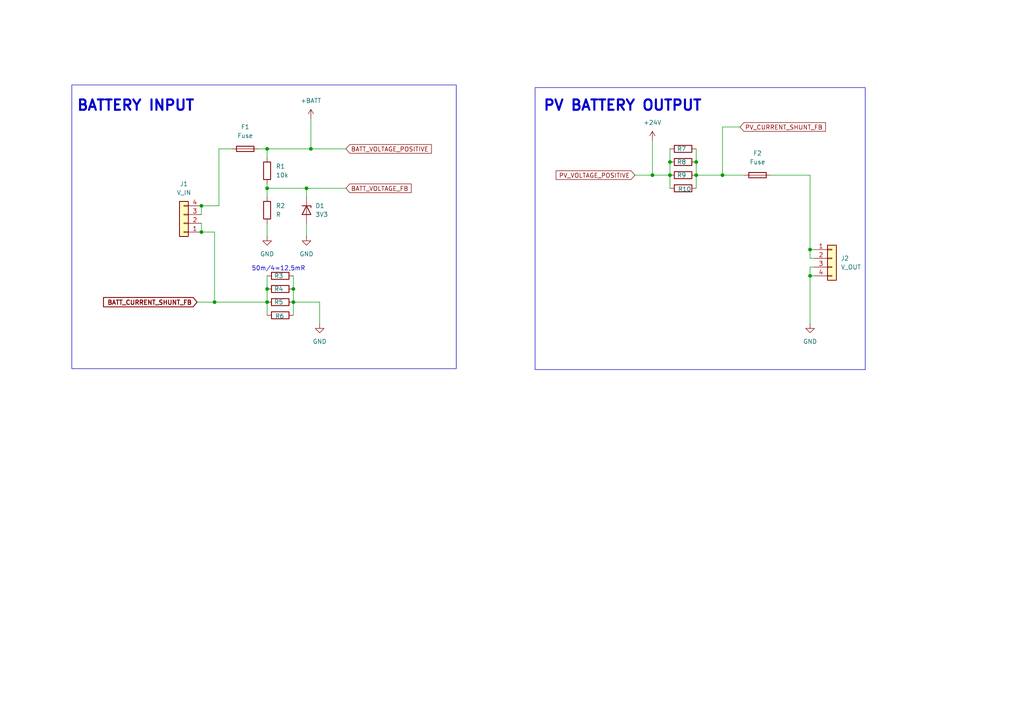
<source format=kicad_sch>
(kicad_sch (version 20231120) (generator "eeschema") (generator_version "8.0")
  (paper "A4")
  (lib_symbols
    (symbol "Connector_Generic:Conn_01x04" (pin_names (offset 1.016) hide)
      (property "Reference" "J" (at 0 5.08 0))
      (property "Value" "Conn_01x04" (at 0 -7.62 0))
      (symbol "Conn_01x04_1_1"
        (rectangle (start -1.27 -4.953) (end 0 -5.207) (stroke (width 0.1524)))
        (rectangle (start -1.27 -2.413) (end 0 -2.667) (stroke (width 0.1524)))
        (rectangle (start -1.27 0.127) (end 0 -0.127) (stroke (width 0.1524)))
        (rectangle (start -1.27 2.667) (end 0 2.413) (stroke (width 0.1524)))
        (rectangle (start -1.27 3.81) (end 1.27 -6.35) (stroke (width 0.254)) (fill (type background)))
        (pin passive line (at -5.08 2.54 0) (length 3.81) (name "Pin_1") (number "1"))
        (pin passive line (at -5.08 0 0) (length 3.81) (name "Pin_2") (number "2"))
        (pin passive line (at -5.08 -2.54 0) (length 3.81) (name "Pin_3") (number "3"))
        (pin passive line (at -5.08 -5.08 0) (length 3.81) (name "Pin_4") (number "4"))
      )
    )
    (symbol "Device:D_Zener" (pin_numbers hide) (pin_names (offset 1.016) hide)
      (property "Reference" "D" (at 0 2.54 0))
      (property "Value" "D_Zener" (at 0 -2.54 0))
      (symbol "D_Zener_0_1"
        (polyline (pts (xy 1.27 0) (xy -1.27 0)))
        (polyline (pts (xy -1.27 -1.27) (xy -1.27 1.27) (xy -0.762 1.27)) (stroke (width 0.254)))
        (polyline (pts (xy 1.27 -1.27) (xy 1.27 1.27) (xy -1.27 0) (xy 1.27 -1.27)) (stroke (width 0.254)))
      )
      (symbol "D_Zener_1_1"
        (pin passive line (at -3.81 0 0) (length 2.54) (name "K") (number "1"))
        (pin passive line (at 3.81 0 180) (length 2.54) (name "A") (number "2"))
      )
    )
    (symbol "Device:Fuse" (pin_numbers hide) (pin_names (offset 0))
      (property "Reference" "F" (at 2.032 0 90))
      (property "Value" "Fuse" (at -1.905 0 90))
      (symbol "Fuse_0_1"
        (rectangle (start -0.762 -2.54) (end 0.762 2.54) (stroke (width 0.254)))
        (polyline (pts (xy 0 2.54) (xy 0 -2.54)))
      )
      (symbol "Fuse_1_1"
        (pin passive line (at 0 3.81 270) (length 1.27) (name "~") (number "1"))
        (pin passive line (at 0 -3.81 90) (length 1.27) (name "~") (number "2"))
      )
    )
    (symbol "Device:R" (pin_numbers hide) (pin_names (offset 0))
      (property "Reference" "R" (at 2.032 0 90))
      (property "Value" "R" (at 0 0 90))
      (symbol "R_0_1"
        (rectangle (start -1.016 -2.54) (end 1.016 2.54) (stroke (width 0.254)))
      )
      (symbol "R_1_1"
        (pin passive line (at 0 3.81 270) (length 1.27) (name "~") (number "1"))
        (pin passive line (at 0 -3.81 90) (length 1.27) (name "~") (number "2"))
      )
    )
    (symbol "power:+24V" (power) (pin_numbers hide) (pin_names (offset 0) hide)
      (property "Value" "+24V" (at 0 3.556 0))
      (symbol "+24V_0_1"
        (polyline (pts (xy -0.762 1.27) (xy 0 2.54)))
        (polyline (pts (xy 0 0) (xy 0 2.54)))
        (polyline (pts (xy 0 2.54) (xy 0.762 1.27)))
      )
      (symbol "+24V_1_1"
        (pin power_in line (at 0 0 90) (length 0) (name "~") (number "1"))
      )
    )
    (symbol "power:+BATT" (power) (pin_numbers hide) (pin_names (offset 0) hide)
      (property "Value" "+BATT" (at 0 3.556 0))
      (symbol "+BATT_0_1"
        (polyline (pts (xy -0.762 1.27) (xy 0 2.54)))
        (polyline (pts (xy 0 0) (xy 0 2.54)))
        (polyline (pts (xy 0 2.54) (xy 0.762 1.27)))
      )
      (symbol "+BATT_1_1"
        (pin power_in line (at 0 0 90) (length 0) (name "~") (number "1"))
      )
    )
    (symbol "power:GND" (power) (pin_numbers hide) (pin_names (offset 0) hide)
      (property "Value" "GND" (at 0 -3.81 0))
      (symbol "GND_0_1"
        (polyline (pts (xy 0 0) (xy 0 -1.27) (xy 1.27 -1.27) (xy 0 -2.54) (xy -1.27 -1.27) (xy 0 -1.27)))
      )
      (symbol "GND_1_1"
        (pin power_in line (at 0 0 270) (length 0) (name "~") (number "1"))
      )
    )
  )
  (junction (at 85.09 87.63))
  (junction (at 77.47 54.61))
  (junction (at 77.47 87.63))
  (junction (at 77.47 43.18))
  (junction (at 194.31 50.8))
  (junction (at 201.93 46.99))
  (junction (at 62.23 87.63))
  (junction (at 194.31 46.99))
  (junction (at 58.42 67.31))
  (junction (at 234.95 72.39))
  (junction (at 234.95 80.01))
  (junction (at 209.55 50.8))
  (junction (at 85.09 83.82))
  (junction (at 189.23 50.8))
  (junction (at 77.47 83.82))
  (junction (at 90.17 43.18))
  (junction (at 88.9 54.61))
  (junction (at 201.93 50.8))
  (junction (at 58.42 59.69))
  (wire (pts (xy 209.55 36.83) (xy 209.55 50.8)))
  (wire (pts (xy 63.5 59.69) (xy 63.5 43.18)))
  (wire (pts (xy 223.52 50.8) (xy 234.95 50.8)))
  (wire (pts (xy 77.47 87.63) (xy 77.47 91.44)))
  (wire (pts (xy 74.93 43.18) (xy 77.47 43.18)))
  (wire (pts (xy 88.9 64.77) (xy 88.9 68.58)))
  (wire (pts (xy 85.09 91.44) (xy 85.09 87.63)))
  (wire (pts (xy 236.22 74.93) (xy 234.95 74.93)))
  (wire (pts (xy 88.9 54.61) (xy 100.33 54.61)))
  (wire (pts (xy 194.31 50.8) (xy 194.31 54.61)))
  (wire (pts (xy 58.42 62.23) (xy 58.42 59.69)))
  (wire (pts (xy 77.47 43.18) (xy 77.47 45.72)))
  (wire (pts (xy 194.31 46.99) (xy 194.31 50.8)))
  (wire (pts (xy 58.42 64.77) (xy 58.42 67.31)))
  (wire (pts (xy 234.95 50.8) (xy 234.95 72.39)))
  (wire (pts (xy 201.93 50.8) (xy 209.55 50.8)))
  (wire (pts (xy 209.55 50.8) (xy 215.9 50.8)))
  (wire (pts (xy 184.15 50.8) (xy 189.23 50.8)))
  (wire (pts (xy 90.17 34.29) (xy 90.17 43.18)))
  (wire (pts (xy 234.95 77.47) (xy 236.22 77.47)))
  (wire (pts (xy 234.95 80.01) (xy 236.22 80.01)))
  (wire (pts (xy 234.95 77.47) (xy 234.95 80.01)))
  (wire (pts (xy 201.93 46.99) (xy 201.93 43.18)))
  (wire (pts (xy 57.15 87.63) (xy 62.23 87.63)))
  (wire (pts (xy 201.93 46.99) (xy 201.93 50.8)))
  (wire (pts (xy 189.23 40.64) (xy 189.23 50.8)))
  (wire (pts (xy 63.5 43.18) (xy 67.31 43.18)))
  (wire (pts (xy 85.09 83.82) (xy 85.09 87.63)))
  (wire (pts (xy 189.23 50.8) (xy 194.31 50.8)))
  (wire (pts (xy 85.09 83.82) (xy 85.09 80.01)))
  (wire (pts (xy 62.23 87.63) (xy 77.47 87.63)))
  (wire (pts (xy 77.47 54.61) (xy 77.47 57.15)))
  (wire (pts (xy 77.47 54.61) (xy 88.9 54.61)))
  (wire (pts (xy 77.47 53.34) (xy 77.47 54.61)))
  (wire (pts (xy 77.47 80.01) (xy 77.47 83.82)))
  (wire (pts (xy 77.47 43.18) (xy 90.17 43.18)))
  (wire (pts (xy 58.42 59.69) (xy 63.5 59.69)))
  (wire (pts (xy 90.17 43.18) (xy 100.33 43.18)))
  (wire (pts (xy 92.71 93.98) (xy 92.71 87.63)))
  (wire (pts (xy 234.95 72.39) (xy 236.22 72.39)))
  (wire (pts (xy 62.23 67.31) (xy 62.23 87.63)))
  (wire (pts (xy 214.63 36.83) (xy 209.55 36.83)))
  (wire (pts (xy 85.09 87.63) (xy 92.71 87.63)))
  (wire (pts (xy 234.95 80.01) (xy 234.95 93.98)))
  (wire (pts (xy 88.9 54.61) (xy 88.9 57.15)))
  (wire (pts (xy 194.31 43.18) (xy 194.31 46.99)))
  (wire (pts (xy 234.95 74.93) (xy 234.95 72.39)))
  (wire (pts (xy 77.47 83.82) (xy 77.47 87.63)))
  (wire (pts (xy 77.47 64.77) (xy 77.47 68.58)))
  (wire (pts (xy 58.42 67.31) (xy 62.23 67.31)))
  (wire (pts (xy 201.93 54.61) (xy 201.93 50.8)))
  (rectangle (start 20.828 24.638) (end 132.334 106.934))
  (rectangle (start 155.194 25.4) (end 250.952 107.188))
  (text "BATTERY INPUT" (at 39.37 30.734 0) (effects (font (size 3 3) (thickness 0.6) (bold yes))))
  (text "PV BATTERY OUTPUT" (at 180.594 30.734 0) (effects (font (size 3 3) (thickness 0.6) (bold yes))))
  (text "50m/4=12,5mR" (at 80.772 77.978 0) (effects (font (size 1.27 1.27))))
  (global_label "PV_CURRENT_SHUNT_FB" (shape input) (at 214.63 36.83 0) (property "Intersheetrefs" "${INTERSHEET_REFS}" (effects (hide yes))))
  (global_label "BATT_VOLTAGE_FB" (shape input) (at 100.33 54.61 0) (property "Intersheetrefs" "${INTERSHEET_REFS}" (effects (hide yes))))
  (global_label "PV_VOLTAGE_POSITIVE" (shape input) (at 184.15 50.8 180) (property "Intersheetrefs" "${INTERSHEET_REFS}" (effects (hide yes))))
  (global_label "BATT_CURRENT_SHUNT_FB" (shape input) (at 57.15 87.63 180) (effects (font (bold yes))) (property "Intersheetrefs" "${INTERSHEET_REFS}" (effects (hide yes))))
  (global_label "BATT_VOLTAGE_POSITIVE" (shape input) (at 100.33 43.18 0) (property "Intersheetrefs" "${INTERSHEET_REFS}" (effects (hide yes))))
  (symbol (lib_id "Device:R") (at 81.28 80.01 90) (unit 1)
    (property "Reference" "R3" (at 79.502 80.01 90) (effects (justify right)))
    (property "Value" "50mR" (effects (hide yes)))
    (property "Footprint" "Resistor_SMD:R_2512_6332Metric_Pad1.40x3.35mm_HandSolder" (effects (hide yes)))
    (property "Description" "Resistor" (effects (hide yes)))
  )
  (symbol (lib_id "power:GND") (at 92.71 93.98 0) (unit 1)
    (property "Reference" "#PWR04" (effects (hide yes)))
    (property "Value" "GND" (at 92.71 99.06 0))
    (property "Description" "Power symbol creates a global label with name \"GND\" , ground" (effects (hide yes)))
  )
  (symbol (lib_id "power:GND") (at 234.95 93.98 0) (unit 1)
    (property "Reference" "#PWR06" (effects (hide yes)))
    (property "Value" "GND" (at 234.95 99.06 0))
    (property "Description" "Power symbol creates a global label with name \"GND\" , ground" (effects (hide yes)))
  )
  (symbol (lib_id "Device:R") (at 198.12 50.8 90) (unit 1)
    (property "Reference" "R9" (at 196.342 50.8 90) (effects (justify right)))
    (property "Value" "R" (effects (hide yes)))
    (property "Footprint" "Resistor_SMD:R_2512_6332Metric_Pad1.40x3.35mm_HandSolder" (effects (hide yes)))
    (property "Description" "Resistor" (effects (hide yes)))
  )
  (symbol (lib_id "power:GND") (at 77.47 68.58 0) (unit 1)
    (property "Reference" "#PWR01" (effects (hide yes)))
    (property "Value" "GND" (at 77.47 73.66 0))
    (property "Description" "Power symbol creates a global label with name \"GND\" , ground" (effects (hide yes)))
  )
  (symbol (lib_id "Device:Fuse") (at 219.71 50.8 90) (unit 1)
    (property "Reference" "F2" (at 219.71 44.45 90))
    (property "Value" "Fuse" (at 219.71 46.99 90))
    (property "Footprint" "My-Footprints:Fuseholder_Clip-5x20mm_Eaton_1A5601-01_Inline_P20.80x6.76mm_D1.70mm_Horizontal" (effects (hide yes)))
    (property "Description" "Fuse" (effects (hide yes)))
  )
  (symbol (lib_id "power:GND") (at 88.9 68.58 0) (unit 1)
    (property "Reference" "#PWR02" (effects (hide yes)))
    (property "Value" "GND" (at 88.9 73.66 0))
    (property "Description" "Power symbol creates a global label with name \"GND\" , ground" (effects (hide yes)))
  )
  (symbol (lib_id "Connector_Generic:Conn_01x04") (at 241.3 74.93 0) (unit 1)
    (property "Reference" "J2" (at 243.84 74.9299 0) (effects (justify left)))
    (property "Value" "V_OUT" (at 243.84 77.4699 0) (effects (justify left)))
    (property "Footprint" "My-Footprints-connectors:Flat-6,3mm-connector-4P" (effects (hide yes)))
    (property "Description" "Generic connector, single row, 01x04, script generated (kicad-library-utils/schlib/autogen/connector/)" (effects (hide yes)))
  )
  (symbol (lib_id "Connector_Generic:Conn_01x04") (at 53.34 64.77 180) (unit 1)
    (property "Reference" "J1" (at 53.34 53.34 0))
    (property "Value" "V_IN" (at 53.34 55.88 0))
    (property "Footprint" "My-Footprints-connectors:Flat-6,3mm-connector-4P" (effects (hide yes)))
    (property "Description" "Generic connector, single row, 01x04, script generated (kicad-library-utils/schlib/autogen/connector/)" (effects (hide yes)))
  )
  (symbol (lib_id "Device:R") (at 81.28 83.82 90) (unit 1)
    (property "Reference" "R4" (at 79.502 83.82 90) (effects (justify right)))
    (property "Value" "50m" (effects (hide yes)))
    (property "Footprint" "Resistor_SMD:R_2512_6332Metric_Pad1.40x3.35mm_HandSolder" (effects (hide yes)))
    (property "Description" "Resistor" (effects (hide yes)))
  )
  (symbol (lib_id "power:+BATT") (at 90.17 34.29 0) (unit 1)
    (property "Reference" "#PWR03" (effects (hide yes)))
    (property "Value" "+BATT" (at 90.17 29.21 0))
    (property "Description" "Power symbol creates a global label with name \"+BATT\"" (effects (hide yes)))
  )
  (symbol (lib_id "power:+24V") (at 189.23 40.64 0) (unit 1)
    (property "Reference" "#PWR05" (effects (hide yes)))
    (property "Value" "+24V" (at 189.23 35.56 0))
    (property "Description" "Power symbol creates a global label with name \"+24V\"" (effects (hide yes)))
  )
  (symbol (lib_id "Device:Fuse") (at 71.12 43.18 90) (unit 1)
    (property "Reference" "F1" (at 71.12 36.83 90))
    (property "Value" "Fuse" (at 71.12 39.37 90))
    (property "Footprint" "My-Footprints:Fuseholder_Clip-5x20mm_Eaton_1A5601-01_Inline_P20.80x6.76mm_D1.70mm_Horizontal" (effects (hide yes)))
    (property "Description" "Fuse" (effects (hide yes)))
  )
  (symbol (lib_id "Device:R") (at 77.47 60.96 180) (unit 1)
    (property "Reference" "R2" (at 80.01 59.6899 0) (effects (justify right)))
    (property "Value" "R" (at 80.01 62.2299 0) (effects (justify right)))
    (property "Footprint" "Resistor_SMD:R_0805_2012Metric_Pad1.20x1.40mm_HandSolder" (effects (hide yes)))
    (property "Description" "Resistor" (effects (hide yes)))
  )
  (symbol (lib_id "Device:D_Zener") (at 88.9 60.96 270) (unit 1)
    (property "Reference" "D1" (at 91.44 59.6899 90) (effects (justify left)))
    (property "Value" "3V3" (at 91.44 62.2299 90) (effects (justify left)))
    (property "Footprint" "Diode_SMD:D_MiniMELF" (effects (hide yes)))
    (property "Description" "Zener diode" (effects (hide yes)))
  )
  (symbol (lib_id "Device:R") (at 81.28 87.63 90) (unit 1)
    (property "Reference" "R5" (at 79.502 87.63 90) (effects (justify right)))
    (property "Value" "50m" (effects (hide yes)))
    (property "Footprint" "Resistor_SMD:R_2512_6332Metric_Pad1.40x3.35mm_HandSolder" (effects (hide yes)))
    (property "Description" "Resistor" (effects (hide yes)))
  )
  (symbol (lib_id "Device:R") (at 198.12 46.99 90) (unit 1)
    (property "Reference" "R8" (at 196.342 46.99 90) (effects (justify right)))
    (property "Value" "R" (effects (hide yes)))
    (property "Footprint" "Resistor_SMD:R_2512_6332Metric_Pad1.40x3.35mm_HandSolder" (effects (hide yes)))
    (property "Description" "Resistor" (effects (hide yes)))
  )
  (symbol (lib_id "Device:R") (at 81.28 91.44 90) (unit 1)
    (property "Reference" "R6" (at 79.756 91.694 90) (effects (justify right)))
    (property "Value" "50m" (effects (hide yes)))
    (property "Footprint" "Resistor_SMD:R_2512_6332Metric_Pad1.40x3.35mm_HandSolder" (effects (hide yes)))
    (property "Description" "Resistor" (effects (hide yes)))
  )
  (symbol (lib_id "Device:R") (at 198.12 43.18 90) (unit 1)
    (property "Reference" "R7" (at 196.342 43.18 90) (effects (justify right)))
    (property "Value" "100mR" (effects (hide yes)))
    (property "Footprint" "Resistor_SMD:R_2512_6332Metric_Pad1.40x3.35mm_HandSolder" (effects (hide yes)))
    (property "Description" "Resistor" (effects (hide yes)))
  )
  (symbol (lib_id "Device:R") (at 77.47 49.53 180) (unit 1)
    (property "Reference" "R1" (at 80.01 48.2599 0) (effects (justify right)))
    (property "Value" "10k" (at 80.01 50.7999 0) (effects (justify right)))
    (property "Footprint" "Resistor_SMD:R_0805_2012Metric_Pad1.20x1.40mm_HandSolder" (effects (hide yes)))
    (property "Description" "Resistor" (effects (hide yes)))
  )
  (symbol (lib_id "Device:R") (at 198.12 54.61 90) (unit 1)
    (property "Reference" "R10" (at 196.596 54.864 90) (effects (justify right)))
    (property "Value" "100mR" (effects (hide yes)))
    (property "Footprint" "Resistor_SMD:R_2512_6332Metric_Pad1.40x3.35mm_HandSolder" (effects (hide yes)))
    (property "Description" "Resistor" (effects (hide yes)))
  )
)
</source>
